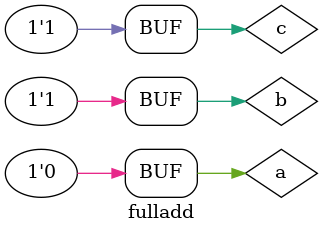
<source format=v>

module fulladd ();
    assign a=0;
    assign b=1;
    assign c=a+b;


initial begin
  
  $display("heLloo"," ",c);
end
endmodule
</source>
